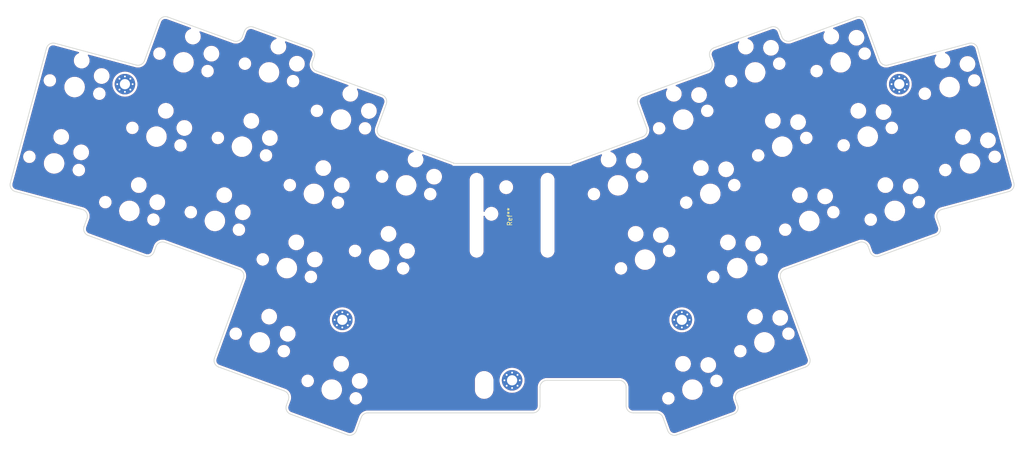
<source format=kicad_pcb>
(kicad_pcb (version 20211014) (generator pcbnew)
  (title_block (title "Tlalocohyla_Smithii_bottom") (rev "v1.0.0") (company "Unknown"))
  (layers (0 "F.Cu" signal) (31 "B.Cu" signal) (34 "B.Paste" user) (35 "F.Paste" user) (36 "B.SilkS" user "B.Silkscreen") (37 "F.SilkS" user "F.Silkscreen") (38 "B.Mask" user) (39 "F.Mask" user) (44 "Edge.Cuts" user))
  (net 0 "")
  (footprint "Library:PG1350_B" (layer "F.Cu") (at 51.625041 75.142852 -15)
    (fp_text reference "S1" hide)
    (fp_text value "" hide)
    (pad "" np_thru_hole circle (at 0 0) (size 3.429 3.429) (drill 3.429) (layers F&B.Cu *.Mask))
    (pad "" np_thru_hole circle (at 5.5 0) (size 1.7018 1.7018) (drill 1.7018) (layers *.Cu *.Mask))
    (pad "" np_thru_hole circle (at 0 -5.9) (size 2.4 2.4) (drill 2.4) (layers F&B.Cu *.Mask))
    (pad "" np_thru_hole circle (at 5 -3.8) (size 2.4 2.4) (drill 2.4) (layers F&B.Cu *.Mask))
    (pad "" np_thru_hole circle (at -5.5 0) (size 1.7018 1.7018) (drill 1.7018) (layers *.Cu *.Mask))
  )
  (footprint "Library:Mounting_hole" (layer "F.Cu") (at 150.013285 121.79143)
    (fp_text reference "H**" hide)
    (fp_text value "Mounting_hole" hide)
    (pad "1" thru_hole circle (at 0 0) (size 4.4 4.4) (drill 2.2) (layers *.Cu *.Mask))
    (pad "1" thru_hole circle (at 0 -1.65) (size 0.7 0.7) (drill 0.4) (layers *.Cu *.Mask))
    (pad "1" thru_hole circle (at 1.166726 1.166726) (size 0.7 0.7) (drill 0.4) (layers *.Cu *.Mask))
    (pad "1" thru_hole circle (at 1.65 0) (size 0.7 0.7) (drill 0.4) (layers *.Cu *.Mask))
    (pad "1" thru_hole circle (at -1.166726 1.166726) (size 0.7 0.7) (drill 0.4) (layers *.Cu *.Mask))
    (pad "1" thru_hole circle (at 1.166726 -1.166726) (size 0.7 0.7) (drill 0.4) (layers *.Cu *.Mask))
    (pad "1" thru_hole circle (at 0 1.65) (size 0.7 0.7) (drill 0.4) (layers *.Cu *.Mask))
    (pad "1" thru_hole circle (at -1.166726 -1.166726) (size 0.7 0.7) (drill 0.4) (layers *.Cu *.Mask))
    (pad "1" thru_hole circle (at -1.65 0) (size 0.7 0.7) (drill 0.4) (layers *.Cu *.Mask))
  )
  (footprint "Library:PG1350_B" (layer "F.Cu") (at 91.977063 71.541768 -20)
    (fp_text reference "S7" hide)
    (fp_text value "" hide)
    (pad "" np_thru_hole circle (at 0 0 355) (size 3.429 3.429) (drill 3.429) (layers F&B.Cu *.Mask))
    (pad "" np_thru_hole circle (at 5 -3.8 355) (size 2.4 2.4) (drill 2.4) (layers F&B.Cu *.Mask))
    (pad "" np_thru_hole circle (at 5.5 0 355) (size 1.7018 1.7018) (drill 1.7018) (layers *.Cu *.Mask))
    (pad "" np_thru_hole circle (at 0 -5.9 355) (size 2.4 2.4) (drill 2.4) (layers F&B.Cu *.Mask))
    (pad "" np_thru_hole circle (at -5.5 0 355) (size 1.7018 1.7018) (drill 1.7018) (layers *.Cu *.Mask))
  )
  (footprint "Library:PG1350_B" (layer "F.Cu") (at 101.623602 97.666599 -20)
    (fp_text reference "S9" hide)
    (fp_text value "" hide)
    (pad "" np_thru_hole circle (at 5.5 0 355) (size 1.7018 1.7018) (drill 1.7018) (layers *.Cu *.Mask))
    (pad "" np_thru_hole circle (at 0 -5.9 355) (size 2.4 2.4) (drill 2.4) (layers F&B.Cu *.Mask))
    (pad "" np_thru_hole circle (at 5 -3.8 355) (size 2.4 2.4) (drill 2.4) (layers F&B.Cu *.Mask))
    (pad "" np_thru_hole circle (at -5.5 0 355) (size 1.7018 1.7018) (drill 1.7018) (layers *.Cu *.Mask))
    (pad "" np_thru_hole circle (at 0 0 355) (size 3.429 3.429) (drill 3.429) (layers F&B.Cu *.Mask))
  )
  (footprint "Library:PG1350_B" (layer "F.Cu") (at 202.235165 55.566994 20)
    (fp_text reference "S23" hide)
    (fp_text value "" hide)
    (pad "" np_thru_hole circle (at 5.5 0 35) (size 1.7018 1.7018) (drill 1.7018) (layers *.Cu *.Mask))
    (pad "" np_thru_hole circle (at 5 -3.8 35) (size 2.4 2.4) (drill 2.4) (layers F&B.Cu *.Mask))
    (pad "" np_thru_hole circle (at 0 -5.9 35) (size 2.4 2.4) (drill 2.4) (layers F&B.Cu *.Mask))
    (pad "" np_thru_hole circle (at -5.5 0 35) (size 1.7018 1.7018) (drill 1.7018) (layers *.Cu *.Mask))
    (pad "" np_thru_hole circle (at 0 0 35) (size 3.429 3.429) (drill 3.429) (layers F&B.Cu *.Mask))
  )
  (footprint "Library:PG1350_B" (layer "F.Cu") (at 86.16272 87.516543 -20)
    (fp_text reference "S6" hide)
    (fp_text value "" hide)
    (pad "" np_thru_hole circle (at -5.5 0 355) (size 1.7018 1.7018) (drill 1.7018) (layers *.Cu *.Mask))
    (pad "" np_thru_hole circle (at 5.5 0 355) (size 1.7018 1.7018) (drill 1.7018) (layers *.Cu *.Mask))
    (pad "" np_thru_hole circle (at 0 0 355) (size 3.429 3.429) (drill 3.429) (layers F&B.Cu *.Mask))
    (pad "" np_thru_hole circle (at 0 -5.9 355) (size 2.4 2.4) (drill 2.4) (layers F&B.Cu *.Mask))
    (pad "" np_thru_hole circle (at 5 -3.8 355) (size 2.4 2.4) (drill 2.4) (layers F&B.Cu *.Mask))
  )
  (footprint "JST_PH_S2B-PH-K_02x2.00mm_Angled" (layer "F.Cu") (at 144.013285 122.79143 -90)
    (fp_text reference "JST1" hide)
    (fp_text value "" hide)
    (pad "" np_thru_hole oval (at 0 0 270) (size 5 3) (drill oval 5 3) (layers F&B.Cu *.Mask))
  )
  (footprint "Library:PG1350_B" (layer "F.Cu") (at 208.049507 71.541768 20)
    (fp_text reference "S22" hide)
    (fp_text value "" hide)
    (pad "" np_thru_hole circle (at 0 -5.9 35) (size 2.4 2.4) (drill 2.4) (layers F&B.Cu *.Mask))
    (pad "" np_thru_hole circle (at -5.5 0 35) (size 1.7018 1.7018) (drill 1.7018) (layers *.Cu *.Mask))
    (pad "" np_thru_hole circle (at 5.5 0 35) (size 1.7018 1.7018) (drill 1.7018) (layers *.Cu *.Mask))
    (pad "" np_thru_hole circle (at 0 0 35) (size 3.429 3.429) (drill 3.429) (layers F&B.Cu *.Mask))
    (pad "" np_thru_hole circle (at 5 -3.8 35) (size 2.4 2.4) (drill 2.4) (layers F&B.Cu *.Mask))
  )
  (footprint "Library:PG1350_B" (layer "F.Cu") (at 79.423352 53.404325 -20)
    (fp_text reference "S5" hide)
    (fp_text value "" hide)
    (pad "" np_thru_hole circle (at 0 -5.9 355) (size 2.4 2.4) (drill 2.4) (layers F&B.Cu *.Mask))
    (pad "" np_thru_hole circle (at 5 -3.8 355) (size 2.4 2.4) (drill 2.4) (layers F&B.Cu *.Mask))
    (pad "" np_thru_hole circle (at 5.5 0 355) (size 1.7018 1.7018) (drill 1.7018) (layers *.Cu *.Mask))
    (pad "" np_thru_hole circle (at -5.5 0 355) (size 1.7018 1.7018) (drill 1.7018) (layers *.Cu *.Mask))
    (pad "" np_thru_hole circle (at 0 0 355) (size 3.429 3.429) (drill 3.429) (layers F&B.Cu *.Mask))
  )
  (footprint "Library:Mounting_hole" (layer "F.Cu") (at 113.538613 108.787442)
    (fp_text reference "H**" hide)
    (fp_text value "Mounting_hole" hide)
    (pad "1" thru_hole circle (at 0 0) (size 4.4 4.4) (drill 2.2) (layers *.Cu *.Mask))
    (pad "1" thru_hole circle (at 1.166726 -1.166726) (size 0.7 0.7) (drill 0.4) (layers *.Cu *.Mask))
    (pad "1" thru_hole circle (at -1.166726 -1.166726) (size 0.7 0.7) (drill 0.4) (layers *.Cu *.Mask))
    (pad "1" thru_hole circle (at 0 -1.65) (size 0.7 0.7) (drill 0.4) (layers *.Cu *.Mask))
    (pad "1" thru_hole circle (at 0 1.65) (size 0.7 0.7) (drill 0.4) (layers *.Cu *.Mask))
    (pad "1" thru_hole circle (at -1.166726 1.166726) (size 0.7 0.7) (drill 0.4) (layers *.Cu *.Mask))
    (pad "1" thru_hole circle (at 1.166726 1.166726) (size 0.7 0.7) (drill 0.4) (layers *.Cu *.Mask))
    (pad "1" thru_hole circle (at 1.65 0) (size 0.7 0.7) (drill 0.4) (layers *.Cu *.Mask))
    (pad "1" thru_hole circle (at -1.65 0) (size 0.7 0.7) (drill 0.4) (layers *.Cu *.Mask))
  )
  (footprint "Library:PG1350_B" (layer "F.Cu") (at 213.86385 87.516543 20)
    (fp_text reference "S21" hide)
    (fp_text value "" hide)
    (pad "" np_thru_hole circle (at 5 -3.8 35) (size 2.4 2.4) (drill 2.4) (layers F&B.Cu *.Mask))
    (pad "" np_thru_hole circle (at 5.5 0 35) (size 1.7018 1.7018) (drill 1.7018) (layers *.Cu *.Mask))
    (pad "" np_thru_hole circle (at 0 0 35) (size 3.429 3.429) (drill 3.429) (layers F&B.Cu *.Mask))
    (pad "" np_thru_hole circle (at -5.5 0 35) (size 1.7018 1.7018) (drill 1.7018) (layers *.Cu *.Mask))
    (pad "" np_thru_hole circle (at 0 -5.9 35) (size 2.4 2.4) (drill 2.4) (layers F&B.Cu *.Mask))
  )
  (footprint "Library:PG1350_B" (layer "F.Cu") (at 67.794668 85.353874 -20)
    (fp_text reference "S3" hide)
    (fp_text value "" hide)
    (pad "" np_thru_hole circle (at 5.5 0 355) (size 1.7018 1.7018) (drill 1.7018) (layers *.Cu *.Mask))
    (pad "" np_thru_hole circle (at -5.5 0 355) (size 1.7018 1.7018) (drill 1.7018) (layers *.Cu *.Mask))
    (pad "" np_thru_hole circle (at 5 -3.8 355) (size 2.4 2.4) (drill 2.4) (layers F&B.Cu *.Mask))
    (pad "" np_thru_hole circle (at 0 0 355) (size 3.429 3.429) (drill 3.429) (layers F&B.Cu *.Mask))
    (pad "" np_thru_hole circle (at 0 -5.9 355) (size 2.4 2.4) (drill 2.4) (layers F&B.Cu *.Mask))
  )
  (footprint "Library:PG1350_B" (layer "F.Cu") (at 192.588626 81.691824 20)
    (fp_text reference "S25" hide)
    (fp_text value "" hide)
    (pad "" np_thru_hole circle (at 5.5 0 35) (size 1.7018 1.7018) (drill 1.7018) (layers *.Cu *.Mask))
    (pad "" np_thru_hole circle (at 5 -3.8 35) (size 2.4 2.4) (drill 2.4) (layers F&B.Cu *.Mask))
    (pad "" np_thru_hole circle (at -5.5 0 35) (size 1.7018 1.7018) (drill 1.7018) (layers *.Cu *.Mask))
    (pad "" np_thru_hole circle (at 0 -5.9 35) (size 2.4 2.4) (drill 2.4) (layers F&B.Cu *.Mask))
    (pad "" np_thru_hole circle (at 0 0 35) (size 3.429 3.429) (drill 3.429) (layers F&B.Cu *.Mask))
  )
  (footprint "Library:PG1350_B" (layer "F.Cu") (at 111.270141 123.79143 -20)
    (fp_text reference "S15" hide)
    (fp_text value "" hide)
    (pad "" np_thru_hole circle (at 5 -3.8 355) (size 2.4 2.4) (drill 2.4) (layers F&B.Cu *.Mask))
    (pad "" np_thru_hole circle (at 0 0 355) (size 3.429 3.429) (drill 3.429) (layers F&B.Cu *.Mask))
    (pad "" np_thru_hole circle (at 0 -5.9 355) (size 2.4 2.4) (drill 2.4) (layers F&B.Cu *.Mask))
    (pad "" np_thru_hole circle (at 5.5 0 355) (size 1.7018 1.7018) (drill 1.7018) (layers *.Cu *.Mask))
    (pad "" np_thru_hole circle (at -5.5 0 355) (size 1.7018 1.7018) (drill 1.7018) (layers *.Cu *.Mask))
  )
  (footprint "Library:PG1350_B" (layer "F.Cu") (at 73.60901 69.379099 -20)
    (fp_text reference "S4" hide)
    (fp_text value "" hide)
    (pad "" np_thru_hole circle (at 0 0 355) (size 3.429 3.429) (drill 3.429) (layers F&B.Cu *.Mask))
    (pad "" np_thru_hole circle (at 5.5 0 355) (size 1.7018 1.7018) (drill 1.7018) (layers *.Cu *.Mask))
    (pad "" np_thru_hole circle (at -5.5 0 355) (size 1.7018 1.7018) (drill 1.7018) (layers *.Cu *.Mask))
    (pad "" np_thru_hole circle (at 5 -3.8 355) (size 2.4 2.4) (drill 2.4) (layers F&B.Cu *.Mask))
    (pad "" np_thru_hole circle (at 0 -5.9 355) (size 2.4 2.4) (drill 2.4) (layers F&B.Cu *.Mask))
  )
  (footprint "Library:Xiao BLE pogo pins" (layer "F.Cu") (at 150.013285 86.6108 90)
    (fp_text reference "Ref**" (at 0 -0.5 90 unlocked) (layer "F.SilkS"))
    (fp_text value "Val**")
    (pad "" np_thru_hole circle (at 6.35 -1.27 90) (size 2 2) (drill 2) (layers F&B.Cu *.Mask))
    (pad "" np_thru_hole circle (at 0.635 -4.445 90) (size 2 2) (drill 2) (layers F&B.Cu *.Mask))
    (pad "" np_thru_hole oval (at 0.318 -7.62 90) (size 17.24 2) (drill oval 17.24 2) (layers F&B.Cu *.Mask))
    (pad "" np_thru_hole oval (at 0.318 7.62 90) (size 17.24 2) (drill oval 17.24 2) (layers F&B.Cu *.Mask))
  )
  (footprint "Library:PG1350_B" (layer "F.Cu") (at 226.41756 69.379099 20)
    (fp_text reference "S19" hide)
    (fp_text value "" hide)
    (pad "" np_thru_hole circle (at 0 0 35) (size 3.429 3.429) (drill 3.429) (layers F&B.Cu *.Mask))
    (pad "" np_thru_hole circle (at 0 -5.9 35) (size 2.4 2.4) (drill 2.4) (layers F&B.Cu *.Mask))
    (pad "" np_thru_hole circle (at 5 -3.8 35) (size 2.4 2.4) (drill 2.4) (layers F&B.Cu *.Mask))
    (pad "" np_thru_hole circle (at 5.5 0 35) (size 1.7018 1.7018) (drill 1.7018) (layers *.Cu *.Mask))
    (pad "" np_thru_hole circle (at -5.5 0 35) (size 1.7018 1.7018) (drill 1.7018) (layers *.Cu *.Mask))
  )
  (footprint "Library:PG1350_B" (layer "F.Cu") (at 113.252287 65.71705 -20)
    (fp_text reference "S11" hide)
    (fp_text value "" hide)
    (pad "" np_thru_hole circle (at -5.5 0 355) (size 1.7018 1.7018) (drill 1.7018) (layers *.Cu *.Mask))
    (pad "" np_thru_hole circle (at 0 -5.9 355) (size 2.4 2.4) (drill 2.4) (layers F&B.Cu *.Mask))
    (pad "" np_thru_hole circle (at 5 -3.8 355) (size 2.4 2.4) (drill 2.4) (layers F&B.Cu *.Mask))
    (pad "" np_thru_hole circle (at 5.5 0 355) (size 1.7018 1.7018) (drill 1.7018) (layers *.Cu *.Mask))
    (pad "" np_thru_hole circle (at 0 0 355) (size 3.429 3.429) (drill 3.429) (layers F&B.Cu *.Mask))
  )
  (footprint "Library:PG1350_B" (layer "F.Cu") (at 220.603217 53.404325 20)
    (fp_text reference "S20" hide)
    (fp_text value "" hide)
    (pad "" np_thru_hole circle (at 5 -3.8 35) (size 2.4 2.4) (drill 2.4) (layers F&B.Cu *.Mask))
    (pad "" np_thru_hole circle (at -5.5 0 35) (size 1.7018 1.7018) (drill 1.7018) (layers *.Cu *.Mask))
    (pad "" np_thru_hole circle (at 5.5 0 35) (size 1.7018 1.7018) (drill 1.7018) (layers *.Cu *.Mask))
    (pad "" np_thru_hole circle (at 0 0 35) (size 3.429 3.429) (drill 3.429) (layers F&B.Cu *.Mask))
    (pad "" np_thru_hole circle (at 0 -5.9 35) (size 2.4 2.4) (drill 2.4) (layers F&B.Cu *.Mask))
  )
  (footprint "Library:PG1350_B" (layer "F.Cu") (at 107.437944 81.691824 -20)
    (fp_text reference "S10" hide)
    (fp_text value "" hide)
    (pad "" np_thru_hole circle (at -5.5 0 355) (size 1.7018 1.7018) (drill 1.7018) (layers *.Cu *.Mask))
    (pad "" np_thru_hole circle (at 5.5 0 355) (size 1.7018 1.7018) (drill 1.7018) (layers *.Cu *.Mask))
    (pad "" np_thru_hole circle (at 5 -3.8 355) (size 2.4 2.4) (drill 2.4) (layers F&B.Cu *.Mask))
    (pad "" np_thru_hole circle (at 0 0 355) (size 3.429 3.429) (drill 3.429) (layers F&B.Cu *.Mask))
    (pad "" np_thru_hole circle (at 0 -5.9 355) (size 2.4 2.4) (drill 2.4) (layers F&B.Cu *.Mask))
  )
  (footprint "Library:PG1350_B" (layer "F.Cu") (at 178.58133 95.835574 20)
    (fp_text reference "S27" hide)
    (fp_text value "" hide)
    (pad "" np_thru_hole circle (at -5.5 0 35) (size 1.7018 1.7018) (drill 1.7018) (layers *.Cu *.Mask))
    (pad "" np_thru_hole circle (at 0 -5.9 35) (size 2.4 2.4) (drill 2.4) (layers F&B.Cu *.Mask))
    (pad "" np_thru_hole circle (at 5 -3.8 35) (size 2.4 2.4) (drill 2.4) (layers F&B.Cu *.Mask))
    (pad "" np_thru_hole circle (at 0 0 35) (size 3.429 3.429) (drill 3.429) (layers F&B.Cu *.Mask))
    (pad "" np_thru_hole circle (at 5.5 0 35) (size 1.7018 1.7018) (drill 1.7018) (layers *.Cu *.Mask))
  )
  (footprint "Library:PG1350_B" (layer "F.Cu") (at 127.259583 79.8608 -20)
    (fp_text reference "S13" hide)
    (fp_text value "" hide)
    (pad "" np_thru_hole circle (at 5 -3.8 355) (size 2.4 2.4) (drill 2.4) (layers F&B.Cu *.Mask))
    (pad "" np_thru_hole circle (at 0 0 355) (size 3.429 3.429) (drill 3.429) (layers F&B.Cu *.Mask))
    (pad "" np_thru_hole circle (at 5.5 0 355) (size 1.7018 1.7018) (drill 1.7018) (layers *.Cu *.Mask))
    (pad "" np_thru_hole circle (at 0 -5.9 355) (size 2.4 2.4) (drill 2.4) (layers F&B.Cu *.Mask))
    (pad "" np_thru_hole circle (at -5.5 0 355) (size 1.7018 1.7018) (drill 1.7018) (layers *.Cu *.Mask))
  )
  (footprint "Library:PG1350_B" (layer "F.Cu") (at 244.001605 58.722113 15)
    (fp_text reference "S17" hide)
    (fp_text value "" hide)
    (pad "" np_thru_hole circle (at 5.5 0 30) (size 1.7018 1.7018) (drill 1.7018) (layers *.Cu *.Mask))
    (pad "" np_thru_hole circle (at 5 -3.8 30) (size 2.4 2.4) (drill 2.4) (layers F&B.Cu *.Mask))
    (pad "" np_thru_hole circle (at 0 0 30) (size 3.429 3.429) (drill 3.429) (layers F&B.Cu *.Mask))
    (pad "" np_thru_hole circle (at -5.5 0 30) (size 1.7018 1.7018) (drill 1.7018) (layers *.Cu *.Mask))
    (pad "" np_thru_hole circle (at 0 -5.9 30) (size 2.4 2.4) (drill 2.4) (layers F&B.Cu *.Mask))
  )
  (footprint "Library:Mounting_hole" (layer "F.Cu") (at 186.487957 108.787442)
    (fp_text reference "H**" hide)
    (fp_text value "Mounting_hole" hide)
    (pad "1" thru_hole circle (at -1.166726 -1.166726) (size 0.7 0.7) (drill 0.4) (layers *.Cu *.Mask))
    (pad "1" thru_hole circle (at 1.65 0) (size 0.7 0.7) (drill 0.4) (layers *.Cu *.Mask))
    (pad "1" thru_hole circle (at 1.166726 1.166726) (size 0.7 0.7) (drill 0.4) (layers *.Cu *.Mask))
    (pad "1" thru_hole circle (at 0 -1.65) (size 0.7 0.7) (drill 0.4) (layers *.Cu *.Mask))
    (pad "1" thru_hole circle (at 1.166726 -1.166726) (size 0.7 0.7) (drill 0.4) (layers *.Cu *.Mask))
    (pad "1" thru_hole circle (at 0 0) (size 4.4 4.4) (drill 2.2) (layers *.Cu *.Mask))
    (pad "1" thru_hole circle (at -1.166726 1.166726) (size 0.7 0.7) (drill 0.4) (layers *.Cu *.Mask))
    (pad "1" thru_hole circle (at 0 1.65) (size 0.7 0.7) (drill 0.4) (layers *.Cu *.Mask))
    (pad "1" thru_hole circle (at -1.65 0) (size 0.7 0.7) (drill 0.4) (layers *.Cu *.Mask))
  )
  (footprint "Library:PG1350_B" (layer "F.Cu") (at 56.024964 58.722113 -15)
    (fp_text reference "S2" hide)
    (fp_text value "" hide)
    (pad "" np_thru_hole circle (at -5.5 0) (size 1.7018 1.7018) (drill 1.7018) (layers *.Cu *.Mask))
    (pad "" np_thru_hole circle (at 5 -3.8) (size 2.4 2.4) (drill 2.4) (layers F&B.Cu *.Mask))
    (pad "" np_thru_hole circle (at 0 0) (size 3.429 3.429) (drill 3.429) (layers F&B.Cu *.Mask))
    (pad "" np_thru_hole circle (at 0 -5.9) (size 2.4 2.4) (drill 2.4) (layers F&B.Cu *.Mask))
    (pad "" np_thru_hole circle (at 5.5 0) (size 1.7018 1.7018) (drill 1.7018) (layers *.Cu *.Mask))
  )
  (footprint "Library:Mounting_hole" (layer "F.Cu") (at 66.840186 58.100104)
    (fp_text reference "H**" hide)
    (fp_text value "Mounting_hole" hide)
    (pad "1" thru_hole circle (at -1.166726 -1.166726) (size 0.7 0.7) (drill 0.4) (layers *.Cu *.Mask))
    (pad "1" thru_hole circle (at 0 1.65) (size 0.7 0.7) (drill 0.4) (layers *.Cu *.Mask))
    (pad "1" thru_hole circle (at -1.166726 1.166726) (size 0.7 0.7) (drill 0.4) (layers *.Cu *.Mask))
    (pad "1" thru_hole circle (at 1.166726 -1.166726) (size 0.7 0.7) (drill 0.4) (layers *.Cu *.Mask))
    (pad "1" thru_hole circle (at 1.166726 1.166726) (size 0.7 0.7) (drill 0.4) (layers *.Cu *.Mask))
    (pad "1" thru_hole circle (at 0 -1.65) (size 0.7 0.7) (drill 0.4) (layers *.Cu *.Mask))
    (pad "1" thru_hole circle (at 0 0) (size 4.4 4.4) (drill 2.2) (layers *.Cu *.Mask))
    (pad "1" thru_hole circle (at 1.65 0) (size 0.7 0.7) (drill 0.4) (layers *.Cu *.Mask))
    (pad "1" thru_hole circle (at -1.65 0) (size 0.7 0.7) (drill 0.4) (layers *.Cu *.Mask))
  )
  (footprint "Library:PG1350_B" (layer "F.Cu") (at 186.774283 65.71705 20)
    (fp_text reference "S26" hide)
    (fp_text value "" hide)
    (pad "" np_thru_hole circle (at 5 -3.8 35) (size 2.4 2.4) (drill 2.4) (layers F&B.Cu *.Mask))
    (pad "" np_thru_hole circle (at -5.5 0 35) (size 1.7018 1.7018) (drill 1.7018) (layers *.Cu *.Mask))
    (pad "" np_thru_hole circle (at 0 -5.9 35) (size 2.4 2.4) (drill 2.4) (layers F&B.Cu *.Mask))
    (pad "" np_thru_hole circle (at 0 0 35) (size 3.429 3.429) (drill 3.429) (layers F&B.Cu *.Mask))
    (pad "" np_thru_hole circle (at 5.5 0 35) (size 1.7018 1.7018) (drill 1.7018) (layers *.Cu *.Mask))
  )
  (footprint "Library:PG1350_B" (layer "F.Cu") (at 172.766987 79.8608 20)
    (fp_text reference "S28" hide)
    (fp_text value "" hide)
    (pad "" np_thru_hole circle (at 0 -5.9 35) (size 2.4 2.4) (drill 2.4) (layers F&B.Cu *.Mask))
    (pad "" np_thru_hole circle (at 5.5 0 35) (size 1.7018 1.7018) (drill 1.7018) (layers *.Cu *.Mask))
    (pad "" np_thru_hole circle (at 0 0 35) (size 3.429 3.429) (drill 3.429) (layers F&B.Cu *.Mask))
    (pad "" np_thru_hole circle (at -5.5 0 35) (size 1.7018 1.7018) (drill 1.7018) (layers *.Cu *.Mask))
    (pad "" np_thru_hole circle (at 5 -3.8 35) (size 2.4 2.4) (drill 2.4) (layers F&B.Cu *.Mask))
  )
  (footprint "Library:PG1350_B" (layer "F.Cu") (at 97.791405 55.566994 -20)
    (fp_text reference "S8" hide)
    (fp_text value "" hide)
    (pad "" np_thru_hole circle (at 5.5 0 355) (size 1.7018 1.7018) (drill 1.7018) (layers *.Cu *.Mask))
    (pad "" np_thru_hole circle (at 0 -5.9 355) (size 2.4 2.4) (drill 2.4) (layers F&B.Cu *.Mask))
    (pad "" np_thru_hole circle (at 5 -3.8 355) (size 2.4 2.4) (drill 2.4) (layers F&B.Cu *.Mask))
    (pad "" np_thru_hole circle (at -5.5 0 355) (size 1.7018 1.7018) (drill 1.7018) (layers *.Cu *.Mask))
    (pad "" np_thru_hole circle (at 0 0 355) (size 3.429 3.429) (drill 3.429) (layers F&B.Cu *.Mask))
  )
  (footprint "Library:PG1350_B" (layer "F.Cu") (at 198.402968 97.666599 20)
    (fp_text reference "S24" hide)
    (fp_text value "" hide)
    (pad "" np_thru_hole circle (at -5.5 0 35) (size 1.7018 1.7018) (drill 1.7018) (layers *.Cu *.Mask))
    (pad "" np_thru_hole circle (at 0 -5.9 35) (size 2.4 2.4) (drill 2.4) (layers F&B.Cu *.Mask))
    (pad "" np_thru_hole circle (at 5 -3.8 35) (size 2.4 2.4) (drill 2.4) (layers F&B.Cu *.Mask))
    (pad "" np_thru_hole circle (at 0 0 35) (size 3.429 3.429) (drill 3.429) (layers F&B.Cu *.Mask))
    (pad "" np_thru_hole circle (at 5.5 0 35) (size 1.7018 1.7018) (drill 1.7018) (layers *.Cu *.Mask))
  )
  (footprint "Library:PG1350_B" (layer "F.Cu") (at 232.231902 85.353874 20)
    (fp_text reference "S18" hide)
    (fp_text value "" hide)
    (pad "" np_thru_hole circle (at 5 -3.8 35) (size 2.4 2.4) (drill 2.4) (layers F&B.Cu *.Mask))
    (pad "" np_thru_hole circle (at 0 0 35) (size 3.429 3.429) (drill 3.429) (layers F&B.Cu *.Mask))
    (pad "" np_thru_hole circle (at 0 -5.9 35) (size 2.4 2.4) (drill 2.4) (layers F&B.Cu *.Mask))
    (pad "" np_thru_hole circle (at -5.5 0 35) (size 1.7018 1.7018) (drill 1.7018) (layers *.Cu *.Mask))
    (pad "" np_thru_hole circle (at 5.5 0 35) (size 1.7018 1.7018) (drill 1.7018) (layers *.Cu *.Mask))
  )
  (footprint "Library:PG1350_B" (layer "F.Cu") (at 248.401529 75.142852 15)
    (fp_text reference "S16" hide)
    (fp_text value "" hide)
    (pad "" np_thru_hole circle (at 0 0 30) (size 3.429 3.429) (drill 3.429) (layers F&B.Cu *.Mask))
    (pad "" np_thru_hole circle (at 5 -3.8 30) (size 2.4 2.4) (drill 2.4) (layers F&B.Cu *.Mask))
    (pad "" np_thru_hole circle (at 0 -5.9 30) (size 2.4 2.4) (drill 2.4) (layers F&B.Cu *.Mask))
    (pad "" np_thru_hole circle (at 5.5 0 30) (size 1.7018 1.7018) (drill 1.7018) (layers *.Cu *.Mask))
    (pad "" np_thru_hole circle (at -5.5 0 30) (size 1.7018 1.7018) (drill 1.7018) (layers *.Cu *.Mask))
  )
  (footprint "Library:PG1350_B" (layer "F.Cu") (at 121.44524 95.835574 -20)
    (fp_text reference "S12" hide)
    (fp_text value "" hide)
    (pad "" np_thru_hole circle (at 5 -3.8 355) (size 2.4 2.4) (drill 2.4) (layers F&B.Cu *.Mask))
    (pad "" np_thru_hole circle (at 0 0 355) (size 3.429 3.429) (drill 3.429) (layers F&B.Cu *.Mask))
    (pad "" np_thru_hole circle (at 5.5 0 355) (size 1.7018 1.7018) (drill 1.7018) (layers *.Cu *.Mask))
    (pad "" np_thru_hole circle (at -5.5 0 355) (size 1.7018 1.7018) (drill 1.7018) (layers *.Cu *.Mask))
    (pad "" np_thru_hole circle (at 0 -5.9 355) (size 2.4 2.4) (drill 2.4) (layers F&B.Cu *.Mask))
  )
  (footprint "Library:PG1350_B" (layer "F.Cu") (at 188.756429 123.79143 20)
    (fp_text reference "S30" hide)
    (fp_text value "" hide)
    (pad "" np_thru_hole circle (at 0 -5.9 35) (size 2.4 2.4) (drill 2.4) (layers F&B.Cu *.Mask))
    (pad "" np_thru_hole circle (at 5.5 0 35) (size 1.7018 1.7018) (drill 1.7018) (layers *.Cu *.Mask))
    (pad "" np_thru_hole circle (at 0 0 35) (size 3.429 3.429) (drill 3.429) (layers F&B.Cu *.Mask))
    (pad "" np_thru_hole circle (at -5.5 0 35) (size 1.7018 1.7018) (drill 1.7018) (layers *.Cu *.Mask))
    (pad "" np_thru_hole circle (at 5 -3.8 35) (size 2.4 2.4) (drill 2.4) (layers F&B.Cu *.Mask))
  )
  (footprint "Library:PG1350_B" (layer "F.Cu") (at 95.80926 113.641374 -20)
    (fp_text reference "S14" hide)
    (fp_text value "" hide)
    (pad "" np_thru_hole circle (at -5.5 0 355) (size 1.7018 1.7018) (drill 1.7018) (layers *.Cu *.Mask))
    (pad "" np_thru_hole circle (at 5 -3.8 355) (size 2.4 2.4) (drill 2.4) (layers F&B.Cu *.Mask))
    (pad "" np_thru_hole circle (at 0 0 355) (size 3.429 3.429) (drill 3.429) (layers F&B.Cu *.Mask))
    (pad "" np_thru_hole circle (at 5.5 0 355) (size 1.7018 1.7018) (drill 1.7018) (layers *.Cu *.Mask))
    (pad "" np_thru_hole circle (at 0 -5.9 355) (size 2.4 2.4) (drill 2.4) (layers F&B.Cu *.Mask))
  )
  (footprint "Library:PG1350_B" (layer "F.Cu") (at 204.21731 113.641374 20)
    (fp_text reference "S29" hide)
    (fp_text value "" hide)
    (pad "" np_thru_hole circle (at 5 -3.8 35) (size 2.4 2.4) (drill 2.4) (layers F&B.Cu *.Mask))
    (pad "" np_thru_hole circle (at 0 0 35) (size 3.429 3.429) (drill 3.429) (layers F&B.Cu *.Mask))
    (pad "" np_thru_hole circle (at 0 -5.9 35) (size 2.4 2.4) (drill 2.4) (layers F&B.Cu *.Mask))
    (pad "" np_thru_hole circle (at 5.5 0 35) (size 1.7018 1.7018) (drill 1.7018) (layers *.Cu *.Mask))
    (pad "" np_thru_hole circle (at -5.5 0 35) (size 1.7018 1.7018) (drill 1.7018) (layers *.Cu *.Mask))
  )
  (footprint "Library:Mounting_hole" (layer "F.Cu") (at 233.186384 58.100104)
    (fp_text reference "H**" hide)
    (fp_text value "Mounting_hole" hide)
    (pad "1" thru_hole circle (at -1.65 0) (size 0.7 0.7) (drill 0.4) (layers *.Cu *.Mask))
    (pad "1" thru_hole circle (at 0 -1.65) (size 0.7 0.7) (drill 0.4) (layers *.Cu *.Mask))
    (pad "1" thru_hole circle (at 0 0) (size 4.4 4.4) (drill 2.2) (layers *.Cu *.Mask))
    (pad "1" thru_hole circle (at 0 1.65) (size 0.7 0.7) (drill 0.4) (layers *.Cu *.Mask))
    (pad "1" thru_hole circle (at 1.65 0) (size 0.7 0.7) (drill 0.4) (layers *.Cu *.Mask))
    (pad "1" thru_hole circle (at 1.166726 -1.166726) (size 0.7 0.7) (drill 0.4) (layers *.Cu *.Mask))
    (pad "1" thru_hole circle (at -1.166726 -1.166726) (size 0.7 0.7) (drill 0.4) (layers *.Cu *.Mask))
    (pad "1" thru_hole circle (at -1.166726 1.166726) (size 0.7 0.7) (drill 0.4) (layers *.Cu *.Mask))
    (pad "1" thru_hole circle (at 1.166726 1.166726) (size 0.7 0.7) (drill 0.4) (layers *.Cu *.Mask))
  )
  (gr_arc (start 173.013285 121.79143) (mid 174.073945 122.23077) (end 174.513285 123.29143) (layer "Edge.Cuts") (width 0.15))
  (gr_line (start 76.051511 43.663653) (end 90.146901 48.793955) (layer "Edge.Cuts") (width 0.15))
  (gr_line (start 198.966084 124.066086) (end 213.061473 118.935784) (layer "Edge.Cuts") (width 0.15))
  (gr_line (start 182.422085 129.7784) (end 183.462019 132.635593) (layer "Edge.Cuts") (width 0.15))
  (gr_arc (start 108.001061 55.292338) (mid 107.154629 54.516727) (end 107.104552 53.369769) (layer "Edge.Cuts") (width 0.15))
  (gr_arc (start 156.013285 127.29143) (mid 155.573945 128.35209) (end 154.513285 128.79143) (layer "Edge.Cuts") (width 0.15))
  (gr_line (start 121.111848 67.513519) (end 122.992959 62.345209) (layer "Edge.Cuts") (width 0.15))
  (gr_arc (start 74.128942 44.560162) (mid 74.904553 43.71373) (end 76.051511 43.663653) (layer "Edge.Cuts") (width 0.15))
  (gr_line (start 173.013285 121.79143) (end 157.513285 121.79143) (layer "Edge.Cuts") (width 0.15))
  (gr_line (start 58.680693 87.003877) (end 58.053996 88.725715) (layer "Edge.Cuts") (width 0.15))
  (gr_line (start 75.439172 92.126912) (end 91.413946 97.941255) (layer "Edge.Cuts") (width 0.15))
  (gr_line (start 92.496995 46.722831) (end 92.06947 47.897446) (layer "Edge.Cuts") (width 0.15))
  (gr_arc (start 205.607006 45.826322) (mid 206.753964 45.876399) (end 207.529575 46.722831) (layer "Edge.Cuts") (width 0.15))
  (gr_arc (start 207.716115 99.863825) (mid 207.766192 98.716867) (end 208.612623 97.941255) (layer "Edge.Cuts") (width 0.15))
  (gr_arc (start 198.497101 127.163271) (mid 198.447024 128.310229) (end 197.600592 129.08584) (layer "Edge.Cuts") (width 0.15))
  (gr_arc (start 116.564551 132.635593) (mid 115.78894 133.482025) (end 114.641982 133.532102) (layer "Edge.Cuts") (width 0.15))
  (gr_arc (start 230.783886 53.981581) (mid 229.703035 53.863208) (end 228.986119 53.045722) (layer "Edge.Cuts") (width 0.15))
  (gr_line (start 198.497101 127.163271) (end 198.069575 125.988655) (layer "Edge.Cuts") (width 0.15))
  (gr_line (start 116.564551 132.635593) (end 117.604484 129.7784) (layer "Edge.Cuts") (width 0.15))
  (gr_arc (start 101.060485 124.066086) (mid 101.906917 124.841697) (end 101.956994 125.988655) (layer "Edge.Cuts") (width 0.15))
  (gr_arc (start 43.27597 81.187935) (mid 42.36516 80.489046) (end 42.21531 79.350817) (layer "Edge.Cuts") (width 0.15))
  (gr_arc (start 92.496995 46.722831) (mid 93.272606 45.876399) (end 94.419564 45.826322) (layer "Edge.Cuts") (width 0.15))
  (gr_arc (start 92.06947 47.897446) (mid 91.293859 48.743878) (end 90.146901 48.793955) (layer "Edge.Cuts") (width 0.15))
  (gr_line (start 156.013285 123.29143) (end 156.013285 127.29143) (layer "Edge.Cuts") (width 0.15))
  (gr_arc (start 185.384588 133.532102) (mid 184.23763 133.482025) (end 183.462019 132.635593) (layer "Edge.Cuts") (width 0.15))
  (gr_line (start 101.956994 125.988655) (end 101.529469 127.163271) (layer "Edge.Cuts") (width 0.15))
  (gr_line (start 208.612623 97.941255) (end 224.587398 92.126912) (layer "Edge.Cuts") (width 0.15))
  (gr_arc (start 102.425978 129.08584) (mid 101.579546 128.310229) (end 101.529469 127.163271) (layer "Edge.Cuts") (width 0.15))
  (gr_line (start 102.425978 129.08584) (end 114.641982 133.532102) (layer "Edge.Cuts") (width 0.15))
  (gr_arc (start 122.008356 69.436088) (mid 121.161925 68.660476) (end 121.111848 67.513518) (layer "Edge.Cuts") (width 0.15))
  (gr_arc (start 71.040451 53.045722) (mid 70.323535 53.863208) (end 69.242684 53.981581) (layer "Edge.Cuts") (width 0.15))
  (gr_line (start 177.93012 60.42264) (end 192.025509 55.292338) (layer "Edge.Cuts") (width 0.15))
  (gr_arc (start 181.012546 128.79143) (mid 181.872911 129.062702) (end 182.422085 129.7784) (layer "Edge.Cuts") (width 0.15))
  (gr_line (start 207.9571 47.897446) (end 207.529575 46.722831) (layer "Edge.Cuts") (width 0.15))
  (gr_line (start 42.21531 79.350817) (end 49.979882 50.373042) (layer "Edge.Cuts") (width 0.15))
  (gr_arc (start 213.957982 117.013214) (mid 213.907905 118.160172) (end 213.061474 118.935784) (layer "Edge.Cuts") (width 0.15))
  (gr_arc (start 228.860061 95.094546) (mid 227.713103 95.044469) (end 226.937492 94.198037) (layer "Edge.Cuts") (width 0.15))
  (gr_line (start 162.513285 75.07942) (end 178.018213 69.436088) (layer "Edge.Cuts") (width 0.15))
  (gr_arc (start 224.587398 92.126912) (mid 225.734356 92.176989) (end 226.509967 93.023421) (layer "Edge.Cuts") (width 0.15))
  (gr_line (start 106.635568 50.272584) (end 94.419564 45.826322) (layer "Edge.Cuts") (width 0.15))
  (gr_arc (start 192.922018 53.369769) (mid 192.871941 54.516727) (end 192.025509 55.292338) (layer "Edge.Cuts") (width 0.15))
  (gr_line (start 241.972574 88.725715) (end 241.345877 87.003877) (layer "Edge.Cuts") (width 0.15))
  (gr_arc (start 122.09645 60.42264) (mid 122.942882 61.198251) (end 122.992959 62.345209) (layer "Edge.Cuts") (width 0.15))
  (gr_arc (start 177.033611 62.345209) (mid 177.083688 61.198251) (end 177.93012 60.42264) (layer "Edge.Cuts") (width 0.15))
  (gr_line (start 174.513285 127.29143) (end 174.513285 123.29143) (layer "Edge.Cuts") (width 0.15))
  (gr_line (start 205.607006 45.826322) (end 193.391001 50.272584) (layer "Edge.Cuts") (width 0.15))
  (gr_arc (start 73.516604 93.023421) (mid 74.292215 92.17699) (end 75.439172 92.126913) (layer "Edge.Cuts") (width 0.15))
  (gr_line (start 226.509967 93.023421) (end 226.937492 94.198037) (layer "Edge.Cuts") (width 0.15))
  (gr_arc (start 91.413946 97.941255) (mid 92.260378 98.716866) (end 92.310455 99.863824) (layer "Edge.Cuts") (width 0.15))
  (gr_line (start 122.008357 69.436088) (end 137.513285 75.07942) (layer "Edge.Cuts") (width 0.15))
  (gr_line (start 207.716115 99.863824) (end 213.957982 117.013215) (layer "Edge.Cuts") (width 0.15))
  (gr_line (start 86.068588 117.013215) (end 92.310455 99.863824) (layer "Edge.Cuts") (width 0.15))
  (gr_arc (start 257.81126 79.350818) (mid 257.661409 80.489047) (end 256.750599 81.187935) (layer "Edge.Cuts") (width 0.15))
  (gr_line (start 250.046688 50.373042) (end 257.81126 79.350817) (layer "Edge.Cuts") (width 0.15))
  (gr_line (start 137.483106 75.162337) (end 137.513285 75.07942) (layer "Edge.Cuts") (width 0.15))
  (gr_line (start 73.089078 94.198037) (end 73.516603 93.023421) (layer "Edge.Cuts") (width 0.15))
  (gr_arc (start 192.494493 52.195154) (mid 192.54457 51.048196) (end 193.391001 50.272584) (layer "Edge.Cuts") (width 0.15))
  (gr_line (start 137.483106 75.162337) (end 162.543464 75.162337) (layer "Edge.Cuts") (width 0.15))
  (gr_line (start 228.860061 95.094546) (end 241.076065 90.648284) (layer "Edge.Cuts") (width 0.15))
  (gr_arc (start 223.975059 43.663654) (mid 225.122016 43.713731) (end 225.897627 44.560162) (layer "Edge.Cuts") (width 0.15))
  (gr_arc (start 248.20957 49.312382) (mid 249.347799 49.462232) (end 250.046688 50.373042) (layer "Edge.Cuts") (width 0.15))
  (gr_line (start 108.001061 55.292338) (end 122.09645 60.42264) (layer "Edge.Cuts") (width 0.15))
  (gr_arc (start 241.972574 88.725714) (mid 241.922497 89.872672) (end 241.076066 90.648284) (layer "Edge.Cuts") (width 0.15))
  (gr_line (start 192.494493 52.195153) (end 192.922018 53.369769) (layer "Edge.Cuts") (width 0.15))
  (gr_line (start 209.879669 48.793955) (end 223.975058 43.663653) (layer "Edge.Cuts") (width 0.15))
  (gr_line (start 242.367187 85.041958) (end 256.750599 81.187935) (layer "Edge.Cuts") (width 0.15))
  (gr_arc (start 86.965096 118.935783) (mid 86.118665 118.160172) (end 86.068588 117.013215) (layer "Edge.Cuts") (width 0.15))
  (gr_arc (start 198.069575 125.988655) (mid 198.119652 124.841697) (end 198.966084 124.066086) (layer "Edge.Cuts") (width 0.15))
  (gr_line (start 230.783886 53.98158) (end 248.209571 49.312382) (layer "Edge.Cuts") (width 0.15))
  (gr_line (start 119.014023 128.79143) (end 154.513285 128.79143) (layer "Edge.Cuts") (width 0.15))
  (gr_arc (start 73.089078 94.198038) (mid 72.313466 95.044469) (end 71.166508 95.094546) (layer "Edge.Cuts") (width 0.15))
  (gr_arc (start 58.950504 90.648283) (mid 58.104073 89.872672) (end 58.053996 88.725715) (layer "Edge.Cuts") (width 0.15))
  (gr_line (start 86.965096 118.935784) (end 101.060486 124.066086) (layer "Edge.Cuts") (width 0.15))
  (gr_line (start 107.104552 53.369769) (end 107.532077 52.195153) (layer "Edge.Cuts") (width 0.15))
  (gr_line (start 58.950504 90.648284) (end 71.166508 95.094546) (layer "Edge.Cuts") (width 0.15))
  (gr_arc (start 117.604484 129.7784) (mid 118.153658 129.062702) (end 119.014023 128.79143) (layer "Edge.Cuts") (width 0.15))
  (gr_line (start 185.384588 133.532102) (end 197.600592 129.08584) (layer "Edge.Cuts") (width 0.15))
  (gr_line (start 71.040451 53.045722) (end 74.128942 44.560162) (layer "Edge.Cuts") (width 0.15))
  (gr_arc (start 106.635568 50.272584) (mid 107.482 51.048195) (end 107.532077 52.195153) (layer "Edge.Cuts") (width 0.15))
  (gr_arc (start 156.013285 123.29143) (mid 156.452625 122.23077) (end 157.513285 121.79143) (layer "Edge.Cuts") (width 0.15))
  (gr_line (start 51.816999 49.312382) (end 69.242684 53.98158) (layer "Edge.Cuts") (width 0.15))
  (gr_arc (start 241.345877 87.003878) (mid 241.424899 85.798224) (end 242.367187 85.041958) (layer "Edge.Cuts") (width 0.15))
  (gr_arc (start 176.013285 128.79143) (mid 174.952625 128.35209) (end 174.513285 127.29143) (layer "Edge.Cuts") (width 0.15))
  (gr_line (start 176.013285 128.79143) (end 181.012546 128.79143) (layer "Edge.Cuts") (width 0.15))
  (gr_arc (start 209.879669 48.793955) (mid 208.732711 48.743878) (end 207.9571 47.897446) (layer "Edge.Cuts") (width 0.15))
  (gr_arc (start 178.914722 67.513519) (mid 178.864645 68.660477) (end 178.018213 69.436088) (layer "Edge.Cuts") (width 0.15))
  (gr_line (start 225.897627 44.560162) (end 228.986119 53.045722) (layer "Edge.Cuts") (width 0.15))
  (gr_line (start 43.27597 81.187935) (end 57.659383 85.041958) (layer "Edge.Cuts") (width 0.15))
  (gr_arc (start 57.659382 85.041958) (mid 58.60167 85.798224) (end 58.680693 87.003877) (layer "Edge.Cuts") (width 0.15))
  (gr_line (start 177.033611 62.345209) (end 178.914722 67.513519) (layer "Edge.Cuts") (width 0.15))
  (gr_line (start 162.513285 75.07942) (end 162.543464 75.162337) (layer "Edge.Cuts") (width 0.15))
  (gr_arc (start 49.979881 50.373042) (mid 50.67877 49.462232) (end 51.816999 49.312382) (layer "Edge.Cuts") (width 0.15))
  (zone (net 0) (net_name "") (layers F&B.Cu) (connect_pads (clearance 0.508)) (min_thickness 0.254) (fill yes (thermal_gap 0.508) (thermal_bridge_width 0.508))
    (polygon (pts (xy 260 140) (xy 40 140) (xy 40 40) (xy 260 40)))
  )
)
</source>
